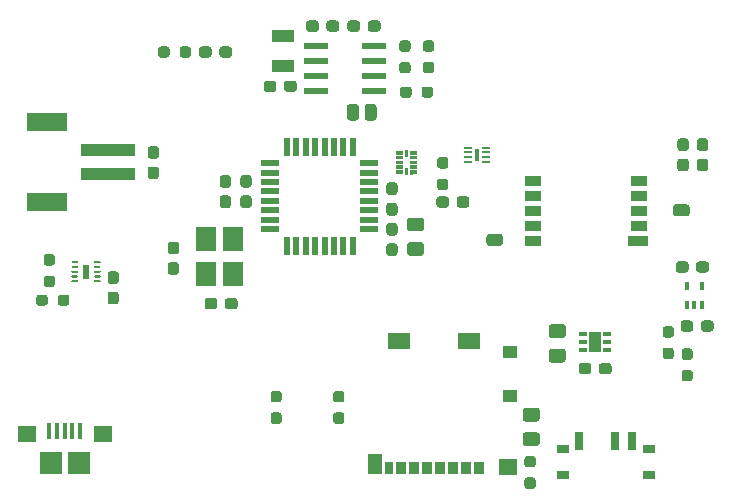
<source format=gbr>
%TF.GenerationSoftware,KiCad,Pcbnew,(5.1.9)-1*%
%TF.CreationDate,2021-02-04T12:48:35+01:00*%
%TF.ProjectId,Track-your-cat,54726163-6b2d-4796-9f75-722d6361742e,1*%
%TF.SameCoordinates,Original*%
%TF.FileFunction,Paste,Top*%
%TF.FilePolarity,Positive*%
%FSLAX46Y46*%
G04 Gerber Fmt 4.6, Leading zero omitted, Abs format (unit mm)*
G04 Created by KiCad (PCBNEW (5.1.9)-1) date 2021-02-04 12:48:35*
%MOMM*%
%LPD*%
G01*
G04 APERTURE LIST*
%ADD10C,0.010000*%
%ADD11C,0.100000*%
%ADD12R,1.200000X1.000000*%
%ADD13R,1.900000X1.350000*%
%ADD14R,1.170000X1.800000*%
%ADD15R,1.550000X1.350000*%
%ADD16R,0.750000X1.100000*%
%ADD17R,0.850000X1.100000*%
%ADD18R,0.450000X1.050000*%
%ADD19R,0.650000X0.200000*%
%ADD20R,1.676400X0.863600*%
%ADD21R,1.422400X0.863600*%
%ADD22R,1.900000X1.100000*%
%ADD23R,0.550000X1.500000*%
%ADD24R,1.500000X0.550000*%
%ADD25R,0.398780X0.749300*%
%ADD26R,4.599940X0.998220*%
%ADD27R,3.398520X1.597660*%
%ADD28R,1.000000X1.700000*%
%ADD29R,0.700000X0.350000*%
%ADD30R,2.000000X0.600000*%
%ADD31R,1.000000X0.800000*%
%ADD32R,0.700000X1.500000*%
%ADD33R,0.606066X0.192474*%
%ADD34R,1.800000X2.100000*%
%ADD35R,1.900000X1.900000*%
%ADD36R,1.600000X1.400000*%
%ADD37R,0.400000X1.350000*%
G04 APERTURE END LIST*
D10*
%TO.C,U3*%
G36*
X77650000Y-87200000D02*
G01*
X77300000Y-87200000D01*
X77300000Y-87300000D01*
X77150000Y-87300000D01*
X77150000Y-87000000D01*
X77650000Y-87000000D01*
X77650000Y-87200000D01*
G37*
X77650000Y-87200000D02*
X77300000Y-87200000D01*
X77300000Y-87300000D01*
X77150000Y-87300000D01*
X77150000Y-87000000D01*
X77650000Y-87000000D01*
X77650000Y-87200000D01*
G36*
X76900000Y-85800000D02*
G01*
X76700000Y-85800000D01*
X76700000Y-85300000D01*
X76900000Y-85300000D01*
X76900000Y-85800000D01*
G37*
X76900000Y-85800000D02*
X76700000Y-85800000D01*
X76700000Y-85300000D01*
X76900000Y-85300000D01*
X76900000Y-85800000D01*
G36*
X76900000Y-87300000D02*
G01*
X76700000Y-87300000D01*
X76700000Y-86800000D01*
X76900000Y-86800000D01*
X76900000Y-87300000D01*
G37*
X76900000Y-87300000D02*
X76700000Y-87300000D01*
X76700000Y-86800000D01*
X76900000Y-86800000D01*
X76900000Y-87300000D01*
G36*
X76450000Y-87200000D02*
G01*
X75950000Y-87200000D01*
X75950000Y-87000000D01*
X76450000Y-87000000D01*
X76450000Y-87200000D01*
G37*
X76450000Y-87200000D02*
X75950000Y-87200000D01*
X75950000Y-87000000D01*
X76450000Y-87000000D01*
X76450000Y-87200000D01*
G36*
X76450000Y-86800000D02*
G01*
X75950000Y-86800000D01*
X75950000Y-86600000D01*
X76450000Y-86600000D01*
X76450000Y-86800000D01*
G37*
X76450000Y-86800000D02*
X75950000Y-86800000D01*
X75950000Y-86600000D01*
X76450000Y-86600000D01*
X76450000Y-86800000D01*
G36*
X76450000Y-85600000D02*
G01*
X75950000Y-85600000D01*
X75950000Y-85400000D01*
X76450000Y-85400000D01*
X76450000Y-85600000D01*
G37*
X76450000Y-85600000D02*
X75950000Y-85600000D01*
X75950000Y-85400000D01*
X76450000Y-85400000D01*
X76450000Y-85600000D01*
G36*
X76450000Y-86000000D02*
G01*
X75950000Y-86000000D01*
X75950000Y-85800000D01*
X76450000Y-85800000D01*
X76450000Y-86000000D01*
G37*
X76450000Y-86000000D02*
X75950000Y-86000000D01*
X75950000Y-85800000D01*
X76450000Y-85800000D01*
X76450000Y-86000000D01*
G36*
X77650000Y-85600000D02*
G01*
X77150000Y-85600000D01*
X77150000Y-85400000D01*
X77650000Y-85400000D01*
X77650000Y-85600000D01*
G37*
X77650000Y-85600000D02*
X77150000Y-85600000D01*
X77150000Y-85400000D01*
X77650000Y-85400000D01*
X77650000Y-85600000D01*
G36*
X77650000Y-86000000D02*
G01*
X77150000Y-86000000D01*
X77150000Y-85800000D01*
X77650000Y-85800000D01*
X77650000Y-86000000D01*
G37*
X77650000Y-86000000D02*
X77150000Y-86000000D01*
X77150000Y-85800000D01*
X77650000Y-85800000D01*
X77650000Y-86000000D01*
G36*
X77650000Y-86800000D02*
G01*
X77150000Y-86800000D01*
X77150000Y-86600000D01*
X77650000Y-86600000D01*
X77650000Y-86800000D01*
G37*
X77650000Y-86800000D02*
X77150000Y-86800000D01*
X77150000Y-86600000D01*
X77650000Y-86600000D01*
X77650000Y-86800000D01*
G36*
X76450000Y-86400000D02*
G01*
X75950000Y-86400000D01*
X75950000Y-86200000D01*
X76450000Y-86200000D01*
X76450000Y-86400000D01*
G37*
X76450000Y-86400000D02*
X75950000Y-86400000D01*
X75950000Y-86200000D01*
X76450000Y-86200000D01*
X76450000Y-86400000D01*
G36*
X77650000Y-86400000D02*
G01*
X77150000Y-86400000D01*
X77150000Y-86200000D01*
X77650000Y-86200000D01*
X77650000Y-86400000D01*
G37*
X77650000Y-86400000D02*
X77150000Y-86400000D01*
X77150000Y-86200000D01*
X77650000Y-86200000D01*
X77650000Y-86400000D01*
D11*
%TO.C,U1*%
G36*
X49422799Y-95022799D02*
G01*
X49977199Y-95022799D01*
X49977199Y-96177199D01*
X49422799Y-96177199D01*
X49422799Y-95022799D01*
G37*
%TD*%
D12*
%TO.C,J3*%
X85639999Y-106100000D03*
X85639999Y-102400001D03*
D13*
X82140000Y-101425000D03*
X76170000Y-101425000D03*
D14*
X74145000Y-111900000D03*
D15*
X85465000Y-112125000D03*
D16*
X75354999Y-112250000D03*
D17*
X76405000Y-112250000D03*
X77505000Y-112250000D03*
X78605000Y-112250000D03*
X79705000Y-112250000D03*
X80805000Y-112250000D03*
X81905000Y-112250000D03*
X83005000Y-112250000D03*
%TD*%
D18*
%TO.C,IC1*%
X82800000Y-85700000D03*
D19*
X83550000Y-85100000D03*
X83550000Y-85500000D03*
X83550000Y-85900000D03*
X83550000Y-86300000D03*
X82050000Y-86300000D03*
X82050000Y-85900000D03*
X82050000Y-85500000D03*
X82050000Y-85100000D03*
%TD*%
D20*
%TO.C,GPS1*%
X96425800Y-92978200D03*
D21*
X96552800Y-91708200D03*
X96552800Y-90438200D03*
X96552800Y-89168200D03*
X96552800Y-87898200D03*
X87561200Y-92978200D03*
X87561200Y-91708200D03*
X87561200Y-89168200D03*
X87561200Y-87898200D03*
X87561200Y-90438200D03*
%TD*%
%TO.C,R10*%
G36*
G01*
X76937500Y-78812500D02*
X76462500Y-78812500D01*
G75*
G02*
X76225000Y-78575000I0J237500D01*
G01*
X76225000Y-78075000D01*
G75*
G02*
X76462500Y-77837500I237500J0D01*
G01*
X76937500Y-77837500D01*
G75*
G02*
X77175000Y-78075000I0J-237500D01*
G01*
X77175000Y-78575000D01*
G75*
G02*
X76937500Y-78812500I-237500J0D01*
G01*
G37*
G36*
G01*
X76937500Y-76987500D02*
X76462500Y-76987500D01*
G75*
G02*
X76225000Y-76750000I0J237500D01*
G01*
X76225000Y-76250000D01*
G75*
G02*
X76462500Y-76012500I237500J0D01*
G01*
X76937500Y-76012500D01*
G75*
G02*
X77175000Y-76250000I0J-237500D01*
G01*
X77175000Y-76750000D01*
G75*
G02*
X76937500Y-76987500I-237500J0D01*
G01*
G37*
%TD*%
D22*
%TO.C,Y2*%
X66350000Y-78150000D03*
X66350000Y-75650000D03*
%TD*%
D23*
%TO.C,U2*%
X66700000Y-85000000D03*
X67500000Y-85000000D03*
X68300000Y-85000000D03*
X69100000Y-85000000D03*
X69900000Y-85000000D03*
X70700000Y-85000000D03*
X71500000Y-85000000D03*
X72300000Y-85000000D03*
D24*
X73700000Y-86400000D03*
X73700000Y-87200000D03*
X73700000Y-88000000D03*
X73700000Y-88800000D03*
X73700000Y-89600000D03*
X73700000Y-90400000D03*
X73700000Y-91200000D03*
X73700000Y-92000000D03*
D23*
X72300000Y-93400000D03*
X71500000Y-93400000D03*
X70700000Y-93400000D03*
X69900000Y-93400000D03*
X69100000Y-93400000D03*
X68300000Y-93400000D03*
X67500000Y-93400000D03*
D24*
X65300000Y-92000000D03*
X65300000Y-91200000D03*
X65300000Y-90400000D03*
X65300000Y-89600000D03*
X65300000Y-88800000D03*
X65300000Y-88000000D03*
X65300000Y-87200000D03*
X65300000Y-86400000D03*
D23*
X66700000Y-93400000D03*
%TD*%
%TO.C,R8*%
G36*
G01*
X99237500Y-103000000D02*
X98762500Y-103000000D01*
G75*
G02*
X98525000Y-102762500I0J237500D01*
G01*
X98525000Y-102262500D01*
G75*
G02*
X98762500Y-102025000I237500J0D01*
G01*
X99237500Y-102025000D01*
G75*
G02*
X99475000Y-102262500I0J-237500D01*
G01*
X99475000Y-102762500D01*
G75*
G02*
X99237500Y-103000000I-237500J0D01*
G01*
G37*
G36*
G01*
X99237500Y-101175000D02*
X98762500Y-101175000D01*
G75*
G02*
X98525000Y-100937500I0J237500D01*
G01*
X98525000Y-100437500D01*
G75*
G02*
X98762500Y-100200000I237500J0D01*
G01*
X99237500Y-100200000D01*
G75*
G02*
X99475000Y-100437500I0J-237500D01*
G01*
X99475000Y-100937500D01*
G75*
G02*
X99237500Y-101175000I-237500J0D01*
G01*
G37*
%TD*%
%TO.C,C1*%
G36*
G01*
X89125000Y-100037500D02*
X90075000Y-100037500D01*
G75*
G02*
X90325000Y-100287500I0J-250000D01*
G01*
X90325000Y-100962500D01*
G75*
G02*
X90075000Y-101212500I-250000J0D01*
G01*
X89125000Y-101212500D01*
G75*
G02*
X88875000Y-100962500I0J250000D01*
G01*
X88875000Y-100287500D01*
G75*
G02*
X89125000Y-100037500I250000J0D01*
G01*
G37*
G36*
G01*
X89125000Y-102112500D02*
X90075000Y-102112500D01*
G75*
G02*
X90325000Y-102362500I0J-250000D01*
G01*
X90325000Y-103037500D01*
G75*
G02*
X90075000Y-103287500I-250000J0D01*
G01*
X89125000Y-103287500D01*
G75*
G02*
X88875000Y-103037500I0J250000D01*
G01*
X88875000Y-102362500D01*
G75*
G02*
X89125000Y-102112500I250000J0D01*
G01*
G37*
%TD*%
%TO.C,C2*%
G36*
G01*
X94200000Y-103562500D02*
X94200000Y-104037500D01*
G75*
G02*
X93962500Y-104275000I-237500J0D01*
G01*
X93362500Y-104275000D01*
G75*
G02*
X93125000Y-104037500I0J237500D01*
G01*
X93125000Y-103562500D01*
G75*
G02*
X93362500Y-103325000I237500J0D01*
G01*
X93962500Y-103325000D01*
G75*
G02*
X94200000Y-103562500I0J-237500D01*
G01*
G37*
G36*
G01*
X92475000Y-103562500D02*
X92475000Y-104037500D01*
G75*
G02*
X92237500Y-104275000I-237500J0D01*
G01*
X91637500Y-104275000D01*
G75*
G02*
X91400000Y-104037500I0J237500D01*
G01*
X91400000Y-103562500D01*
G75*
G02*
X91637500Y-103325000I237500J0D01*
G01*
X92237500Y-103325000D01*
G75*
G02*
X92475000Y-103562500I0J-237500D01*
G01*
G37*
%TD*%
%TO.C,C3*%
G36*
G01*
X77125000Y-91012500D02*
X78075000Y-91012500D01*
G75*
G02*
X78325000Y-91262500I0J-250000D01*
G01*
X78325000Y-91937500D01*
G75*
G02*
X78075000Y-92187500I-250000J0D01*
G01*
X77125000Y-92187500D01*
G75*
G02*
X76875000Y-91937500I0J250000D01*
G01*
X76875000Y-91262500D01*
G75*
G02*
X77125000Y-91012500I250000J0D01*
G01*
G37*
G36*
G01*
X77125000Y-93087500D02*
X78075000Y-93087500D01*
G75*
G02*
X78325000Y-93337500I0J-250000D01*
G01*
X78325000Y-94012500D01*
G75*
G02*
X78075000Y-94262500I-250000J0D01*
G01*
X77125000Y-94262500D01*
G75*
G02*
X76875000Y-94012500I0J250000D01*
G01*
X76875000Y-93337500D01*
G75*
G02*
X77125000Y-93087500I250000J0D01*
G01*
G37*
%TD*%
%TO.C,C4*%
G36*
G01*
X63487500Y-88487500D02*
X63012500Y-88487500D01*
G75*
G02*
X62775000Y-88250000I0J237500D01*
G01*
X62775000Y-87650000D01*
G75*
G02*
X63012500Y-87412500I237500J0D01*
G01*
X63487500Y-87412500D01*
G75*
G02*
X63725000Y-87650000I0J-237500D01*
G01*
X63725000Y-88250000D01*
G75*
G02*
X63487500Y-88487500I-237500J0D01*
G01*
G37*
G36*
G01*
X63487500Y-90212500D02*
X63012500Y-90212500D01*
G75*
G02*
X62775000Y-89975000I0J237500D01*
G01*
X62775000Y-89375000D01*
G75*
G02*
X63012500Y-89137500I237500J0D01*
G01*
X63487500Y-89137500D01*
G75*
G02*
X63725000Y-89375000I0J-237500D01*
G01*
X63725000Y-89975000D01*
G75*
G02*
X63487500Y-90212500I-237500J0D01*
G01*
G37*
%TD*%
%TO.C,C5*%
G36*
G01*
X61737500Y-90212500D02*
X61262500Y-90212500D01*
G75*
G02*
X61025000Y-89975000I0J237500D01*
G01*
X61025000Y-89375000D01*
G75*
G02*
X61262500Y-89137500I237500J0D01*
G01*
X61737500Y-89137500D01*
G75*
G02*
X61975000Y-89375000I0J-237500D01*
G01*
X61975000Y-89975000D01*
G75*
G02*
X61737500Y-90212500I-237500J0D01*
G01*
G37*
G36*
G01*
X61737500Y-88487500D02*
X61262500Y-88487500D01*
G75*
G02*
X61025000Y-88250000I0J237500D01*
G01*
X61025000Y-87650000D01*
G75*
G02*
X61262500Y-87412500I237500J0D01*
G01*
X61737500Y-87412500D01*
G75*
G02*
X61975000Y-87650000I0J-237500D01*
G01*
X61975000Y-88250000D01*
G75*
G02*
X61737500Y-88487500I-237500J0D01*
G01*
G37*
%TD*%
%TO.C,C6*%
G36*
G01*
X75362500Y-93187500D02*
X75837500Y-93187500D01*
G75*
G02*
X76075000Y-93425000I0J-237500D01*
G01*
X76075000Y-94025000D01*
G75*
G02*
X75837500Y-94262500I-237500J0D01*
G01*
X75362500Y-94262500D01*
G75*
G02*
X75125000Y-94025000I0J237500D01*
G01*
X75125000Y-93425000D01*
G75*
G02*
X75362500Y-93187500I237500J0D01*
G01*
G37*
G36*
G01*
X75362500Y-91462500D02*
X75837500Y-91462500D01*
G75*
G02*
X76075000Y-91700000I0J-237500D01*
G01*
X76075000Y-92300000D01*
G75*
G02*
X75837500Y-92537500I-237500J0D01*
G01*
X75362500Y-92537500D01*
G75*
G02*
X75125000Y-92300000I0J237500D01*
G01*
X75125000Y-91700000D01*
G75*
G02*
X75362500Y-91462500I237500J0D01*
G01*
G37*
%TD*%
%TO.C,C8*%
G36*
G01*
X60987500Y-77237500D02*
X60987500Y-76762500D01*
G75*
G02*
X61225000Y-76525000I237500J0D01*
G01*
X61825000Y-76525000D01*
G75*
G02*
X62062500Y-76762500I0J-237500D01*
G01*
X62062500Y-77237500D01*
G75*
G02*
X61825000Y-77475000I-237500J0D01*
G01*
X61225000Y-77475000D01*
G75*
G02*
X60987500Y-77237500I0J237500D01*
G01*
G37*
G36*
G01*
X59262500Y-77237500D02*
X59262500Y-76762500D01*
G75*
G02*
X59500000Y-76525000I237500J0D01*
G01*
X60100000Y-76525000D01*
G75*
G02*
X60337500Y-76762500I0J-237500D01*
G01*
X60337500Y-77237500D01*
G75*
G02*
X60100000Y-77475000I-237500J0D01*
G01*
X59500000Y-77475000D01*
G75*
G02*
X59262500Y-77237500I0J237500D01*
G01*
G37*
%TD*%
%TO.C,C9*%
G36*
G01*
X57337500Y-94137500D02*
X56862500Y-94137500D01*
G75*
G02*
X56625000Y-93900000I0J237500D01*
G01*
X56625000Y-93300000D01*
G75*
G02*
X56862500Y-93062500I237500J0D01*
G01*
X57337500Y-93062500D01*
G75*
G02*
X57575000Y-93300000I0J-237500D01*
G01*
X57575000Y-93900000D01*
G75*
G02*
X57337500Y-94137500I-237500J0D01*
G01*
G37*
G36*
G01*
X57337500Y-95862500D02*
X56862500Y-95862500D01*
G75*
G02*
X56625000Y-95625000I0J237500D01*
G01*
X56625000Y-95025000D01*
G75*
G02*
X56862500Y-94787500I237500J0D01*
G01*
X57337500Y-94787500D01*
G75*
G02*
X57575000Y-95025000I0J-237500D01*
G01*
X57575000Y-95625000D01*
G75*
G02*
X57337500Y-95862500I-237500J0D01*
G01*
G37*
%TD*%
%TO.C,C10*%
G36*
G01*
X62537500Y-98062500D02*
X62537500Y-98537500D01*
G75*
G02*
X62300000Y-98775000I-237500J0D01*
G01*
X61700000Y-98775000D01*
G75*
G02*
X61462500Y-98537500I0J237500D01*
G01*
X61462500Y-98062500D01*
G75*
G02*
X61700000Y-97825000I237500J0D01*
G01*
X62300000Y-97825000D01*
G75*
G02*
X62537500Y-98062500I0J-237500D01*
G01*
G37*
G36*
G01*
X60812500Y-98062500D02*
X60812500Y-98537500D01*
G75*
G02*
X60575000Y-98775000I-237500J0D01*
G01*
X59975000Y-98775000D01*
G75*
G02*
X59737500Y-98537500I0J237500D01*
G01*
X59737500Y-98062500D01*
G75*
G02*
X59975000Y-97825000I237500J0D01*
G01*
X60575000Y-97825000D01*
G75*
G02*
X60812500Y-98062500I0J-237500D01*
G01*
G37*
%TD*%
%TO.C,C11*%
G36*
G01*
X51762500Y-95562500D02*
X52237500Y-95562500D01*
G75*
G02*
X52475000Y-95800000I0J-237500D01*
G01*
X52475000Y-96400000D01*
G75*
G02*
X52237500Y-96637500I-237500J0D01*
G01*
X51762500Y-96637500D01*
G75*
G02*
X51525000Y-96400000I0J237500D01*
G01*
X51525000Y-95800000D01*
G75*
G02*
X51762500Y-95562500I237500J0D01*
G01*
G37*
G36*
G01*
X51762500Y-97287500D02*
X52237500Y-97287500D01*
G75*
G02*
X52475000Y-97525000I0J-237500D01*
G01*
X52475000Y-98125000D01*
G75*
G02*
X52237500Y-98362500I-237500J0D01*
G01*
X51762500Y-98362500D01*
G75*
G02*
X51525000Y-98125000I0J237500D01*
G01*
X51525000Y-97525000D01*
G75*
G02*
X51762500Y-97287500I237500J0D01*
G01*
G37*
%TD*%
%TO.C,C12*%
G36*
G01*
X75837500Y-90837500D02*
X75362500Y-90837500D01*
G75*
G02*
X75125000Y-90600000I0J237500D01*
G01*
X75125000Y-90000000D01*
G75*
G02*
X75362500Y-89762500I237500J0D01*
G01*
X75837500Y-89762500D01*
G75*
G02*
X76075000Y-90000000I0J-237500D01*
G01*
X76075000Y-90600000D01*
G75*
G02*
X75837500Y-90837500I-237500J0D01*
G01*
G37*
G36*
G01*
X75837500Y-89112500D02*
X75362500Y-89112500D01*
G75*
G02*
X75125000Y-88875000I0J237500D01*
G01*
X75125000Y-88275000D01*
G75*
G02*
X75362500Y-88037500I237500J0D01*
G01*
X75837500Y-88037500D01*
G75*
G02*
X76075000Y-88275000I0J-237500D01*
G01*
X76075000Y-88875000D01*
G75*
G02*
X75837500Y-89112500I-237500J0D01*
G01*
G37*
%TD*%
%TO.C,C13*%
G36*
G01*
X55162500Y-86687500D02*
X55637500Y-86687500D01*
G75*
G02*
X55875000Y-86925000I0J-237500D01*
G01*
X55875000Y-87525000D01*
G75*
G02*
X55637500Y-87762500I-237500J0D01*
G01*
X55162500Y-87762500D01*
G75*
G02*
X54925000Y-87525000I0J237500D01*
G01*
X54925000Y-86925000D01*
G75*
G02*
X55162500Y-86687500I237500J0D01*
G01*
G37*
G36*
G01*
X55162500Y-84962500D02*
X55637500Y-84962500D01*
G75*
G02*
X55875000Y-85200000I0J-237500D01*
G01*
X55875000Y-85800000D01*
G75*
G02*
X55637500Y-86037500I-237500J0D01*
G01*
X55162500Y-86037500D01*
G75*
G02*
X54925000Y-85800000I0J237500D01*
G01*
X54925000Y-85200000D01*
G75*
G02*
X55162500Y-84962500I237500J0D01*
G01*
G37*
%TD*%
%TO.C,C15*%
G36*
G01*
X80437500Y-89462500D02*
X80437500Y-89937500D01*
G75*
G02*
X80200000Y-90175000I-237500J0D01*
G01*
X79600000Y-90175000D01*
G75*
G02*
X79362500Y-89937500I0J237500D01*
G01*
X79362500Y-89462500D01*
G75*
G02*
X79600000Y-89225000I237500J0D01*
G01*
X80200000Y-89225000D01*
G75*
G02*
X80437500Y-89462500I0J-237500D01*
G01*
G37*
G36*
G01*
X82162500Y-89462500D02*
X82162500Y-89937500D01*
G75*
G02*
X81925000Y-90175000I-237500J0D01*
G01*
X81325000Y-90175000D01*
G75*
G02*
X81087500Y-89937500I0J237500D01*
G01*
X81087500Y-89462500D01*
G75*
G02*
X81325000Y-89225000I237500J0D01*
G01*
X81925000Y-89225000D01*
G75*
G02*
X82162500Y-89462500I0J-237500D01*
G01*
G37*
%TD*%
%TO.C,C16*%
G36*
G01*
X102137500Y-85375000D02*
X101662500Y-85375000D01*
G75*
G02*
X101425000Y-85137500I0J237500D01*
G01*
X101425000Y-84537500D01*
G75*
G02*
X101662500Y-84300000I237500J0D01*
G01*
X102137500Y-84300000D01*
G75*
G02*
X102375000Y-84537500I0J-237500D01*
G01*
X102375000Y-85137500D01*
G75*
G02*
X102137500Y-85375000I-237500J0D01*
G01*
G37*
G36*
G01*
X102137500Y-87100000D02*
X101662500Y-87100000D01*
G75*
G02*
X101425000Y-86862500I0J237500D01*
G01*
X101425000Y-86262500D01*
G75*
G02*
X101662500Y-86025000I237500J0D01*
G01*
X102137500Y-86025000D01*
G75*
G02*
X102375000Y-86262500I0J-237500D01*
G01*
X102375000Y-86862500D01*
G75*
G02*
X102137500Y-87100000I-237500J0D01*
G01*
G37*
%TD*%
%TO.C,C17*%
G36*
G01*
X100487500Y-85375000D02*
X100012500Y-85375000D01*
G75*
G02*
X99775000Y-85137500I0J237500D01*
G01*
X99775000Y-84537500D01*
G75*
G02*
X100012500Y-84300000I237500J0D01*
G01*
X100487500Y-84300000D01*
G75*
G02*
X100725000Y-84537500I0J-237500D01*
G01*
X100725000Y-85137500D01*
G75*
G02*
X100487500Y-85375000I-237500J0D01*
G01*
G37*
G36*
G01*
X100487500Y-87100000D02*
X100012500Y-87100000D01*
G75*
G02*
X99775000Y-86862500I0J237500D01*
G01*
X99775000Y-86262500D01*
G75*
G02*
X100012500Y-86025000I237500J0D01*
G01*
X100487500Y-86025000D01*
G75*
G02*
X100725000Y-86262500I0J-237500D01*
G01*
X100725000Y-86862500D01*
G75*
G02*
X100487500Y-87100000I-237500J0D01*
G01*
G37*
%TD*%
%TO.C,C18*%
G36*
G01*
X102837500Y-99962500D02*
X102837500Y-100437500D01*
G75*
G02*
X102600000Y-100675000I-237500J0D01*
G01*
X102000000Y-100675000D01*
G75*
G02*
X101762500Y-100437500I0J237500D01*
G01*
X101762500Y-99962500D01*
G75*
G02*
X102000000Y-99725000I237500J0D01*
G01*
X102600000Y-99725000D01*
G75*
G02*
X102837500Y-99962500I0J-237500D01*
G01*
G37*
G36*
G01*
X101112500Y-99962500D02*
X101112500Y-100437500D01*
G75*
G02*
X100875000Y-100675000I-237500J0D01*
G01*
X100275000Y-100675000D01*
G75*
G02*
X100037500Y-100437500I0J237500D01*
G01*
X100037500Y-99962500D01*
G75*
G02*
X100275000Y-99725000I237500J0D01*
G01*
X100875000Y-99725000D01*
G75*
G02*
X101112500Y-99962500I0J-237500D01*
G01*
G37*
%TD*%
%TO.C,C20*%
G36*
G01*
X71837500Y-75037500D02*
X71837500Y-74562500D01*
G75*
G02*
X72075000Y-74325000I237500J0D01*
G01*
X72675000Y-74325000D01*
G75*
G02*
X72912500Y-74562500I0J-237500D01*
G01*
X72912500Y-75037500D01*
G75*
G02*
X72675000Y-75275000I-237500J0D01*
G01*
X72075000Y-75275000D01*
G75*
G02*
X71837500Y-75037500I0J237500D01*
G01*
G37*
G36*
G01*
X73562500Y-75037500D02*
X73562500Y-74562500D01*
G75*
G02*
X73800000Y-74325000I237500J0D01*
G01*
X74400000Y-74325000D01*
G75*
G02*
X74637500Y-74562500I0J-237500D01*
G01*
X74637500Y-75037500D01*
G75*
G02*
X74400000Y-75275000I-237500J0D01*
G01*
X73800000Y-75275000D01*
G75*
G02*
X73562500Y-75037500I0J237500D01*
G01*
G37*
%TD*%
%TO.C,C21*%
G36*
G01*
X69412500Y-74562500D02*
X69412500Y-75037500D01*
G75*
G02*
X69175000Y-75275000I-237500J0D01*
G01*
X68575000Y-75275000D01*
G75*
G02*
X68337500Y-75037500I0J237500D01*
G01*
X68337500Y-74562500D01*
G75*
G02*
X68575000Y-74325000I237500J0D01*
G01*
X69175000Y-74325000D01*
G75*
G02*
X69412500Y-74562500I0J-237500D01*
G01*
G37*
G36*
G01*
X71137500Y-74562500D02*
X71137500Y-75037500D01*
G75*
G02*
X70900000Y-75275000I-237500J0D01*
G01*
X70300000Y-75275000D01*
G75*
G02*
X70062500Y-75037500I0J237500D01*
G01*
X70062500Y-74562500D01*
G75*
G02*
X70300000Y-74325000I237500J0D01*
G01*
X70900000Y-74325000D01*
G75*
G02*
X71137500Y-74562500I0J-237500D01*
G01*
G37*
%TD*%
%TO.C,C22*%
G36*
G01*
X64737500Y-80137500D02*
X64737500Y-79662500D01*
G75*
G02*
X64975000Y-79425000I237500J0D01*
G01*
X65575000Y-79425000D01*
G75*
G02*
X65812500Y-79662500I0J-237500D01*
G01*
X65812500Y-80137500D01*
G75*
G02*
X65575000Y-80375000I-237500J0D01*
G01*
X64975000Y-80375000D01*
G75*
G02*
X64737500Y-80137500I0J237500D01*
G01*
G37*
G36*
G01*
X66462500Y-80137500D02*
X66462500Y-79662500D01*
G75*
G02*
X66700000Y-79425000I237500J0D01*
G01*
X67300000Y-79425000D01*
G75*
G02*
X67537500Y-79662500I0J-237500D01*
G01*
X67537500Y-80137500D01*
G75*
G02*
X67300000Y-80375000I-237500J0D01*
G01*
X66700000Y-80375000D01*
G75*
G02*
X66462500Y-80137500I0J237500D01*
G01*
G37*
%TD*%
%TO.C,C23*%
G36*
G01*
X86925000Y-109187500D02*
X87875000Y-109187500D01*
G75*
G02*
X88125000Y-109437500I0J-250000D01*
G01*
X88125000Y-110112500D01*
G75*
G02*
X87875000Y-110362500I-250000J0D01*
G01*
X86925000Y-110362500D01*
G75*
G02*
X86675000Y-110112500I0J250000D01*
G01*
X86675000Y-109437500D01*
G75*
G02*
X86925000Y-109187500I250000J0D01*
G01*
G37*
G36*
G01*
X86925000Y-107112500D02*
X87875000Y-107112500D01*
G75*
G02*
X88125000Y-107362500I0J-250000D01*
G01*
X88125000Y-108037500D01*
G75*
G02*
X87875000Y-108287500I-250000J0D01*
G01*
X86925000Y-108287500D01*
G75*
G02*
X86675000Y-108037500I0J250000D01*
G01*
X86675000Y-107362500D01*
G75*
G02*
X86925000Y-107112500I250000J0D01*
G01*
G37*
%TD*%
D25*
%TO.C,IC2*%
X100552300Y-98422960D03*
X101200000Y-98422960D03*
X101847700Y-98422960D03*
X101847700Y-96777040D03*
X100552300Y-96777040D03*
%TD*%
D26*
%TO.C,J1*%
X51598240Y-87298220D03*
X51598240Y-85301780D03*
D27*
X46401400Y-89698520D03*
X46401400Y-82901480D03*
%TD*%
D28*
%TO.C,LDO1*%
X92800000Y-101550000D03*
D29*
X93850000Y-100900000D03*
X93850000Y-101550000D03*
X93850000Y-102200000D03*
X91750000Y-102200000D03*
X91750000Y-101550000D03*
X91750000Y-100900000D03*
%TD*%
%TO.C,R1*%
G36*
G01*
X57625000Y-77237500D02*
X57625000Y-76762500D01*
G75*
G02*
X57862500Y-76525000I237500J0D01*
G01*
X58362500Y-76525000D01*
G75*
G02*
X58600000Y-76762500I0J-237500D01*
G01*
X58600000Y-77237500D01*
G75*
G02*
X58362500Y-77475000I-237500J0D01*
G01*
X57862500Y-77475000D01*
G75*
G02*
X57625000Y-77237500I0J237500D01*
G01*
G37*
G36*
G01*
X55800000Y-77237500D02*
X55800000Y-76762500D01*
G75*
G02*
X56037500Y-76525000I237500J0D01*
G01*
X56537500Y-76525000D01*
G75*
G02*
X56775000Y-76762500I0J-237500D01*
G01*
X56775000Y-77237500D01*
G75*
G02*
X56537500Y-77475000I-237500J0D01*
G01*
X56037500Y-77475000D01*
G75*
G02*
X55800000Y-77237500I0J237500D01*
G01*
G37*
%TD*%
%TO.C,R2*%
G36*
G01*
X46362500Y-95925000D02*
X46837500Y-95925000D01*
G75*
G02*
X47075000Y-96162500I0J-237500D01*
G01*
X47075000Y-96662500D01*
G75*
G02*
X46837500Y-96900000I-237500J0D01*
G01*
X46362500Y-96900000D01*
G75*
G02*
X46125000Y-96662500I0J237500D01*
G01*
X46125000Y-96162500D01*
G75*
G02*
X46362500Y-95925000I237500J0D01*
G01*
G37*
G36*
G01*
X46362500Y-94100000D02*
X46837500Y-94100000D01*
G75*
G02*
X47075000Y-94337500I0J-237500D01*
G01*
X47075000Y-94837500D01*
G75*
G02*
X46837500Y-95075000I-237500J0D01*
G01*
X46362500Y-95075000D01*
G75*
G02*
X46125000Y-94837500I0J237500D01*
G01*
X46125000Y-94337500D01*
G75*
G02*
X46362500Y-94100000I237500J0D01*
G01*
G37*
%TD*%
%TO.C,R3*%
G36*
G01*
X48287500Y-97762500D02*
X48287500Y-98237500D01*
G75*
G02*
X48050000Y-98475000I-237500J0D01*
G01*
X47550000Y-98475000D01*
G75*
G02*
X47312500Y-98237500I0J237500D01*
G01*
X47312500Y-97762500D01*
G75*
G02*
X47550000Y-97525000I237500J0D01*
G01*
X48050000Y-97525000D01*
G75*
G02*
X48287500Y-97762500I0J-237500D01*
G01*
G37*
G36*
G01*
X46462500Y-97762500D02*
X46462500Y-98237500D01*
G75*
G02*
X46225000Y-98475000I-237500J0D01*
G01*
X45725000Y-98475000D01*
G75*
G02*
X45487500Y-98237500I0J237500D01*
G01*
X45487500Y-97762500D01*
G75*
G02*
X45725000Y-97525000I237500J0D01*
G01*
X46225000Y-97525000D01*
G75*
G02*
X46462500Y-97762500I0J-237500D01*
G01*
G37*
%TD*%
%TO.C,R4*%
G36*
G01*
X66037500Y-108487500D02*
X65562500Y-108487500D01*
G75*
G02*
X65325000Y-108250000I0J237500D01*
G01*
X65325000Y-107750000D01*
G75*
G02*
X65562500Y-107512500I237500J0D01*
G01*
X66037500Y-107512500D01*
G75*
G02*
X66275000Y-107750000I0J-237500D01*
G01*
X66275000Y-108250000D01*
G75*
G02*
X66037500Y-108487500I-237500J0D01*
G01*
G37*
G36*
G01*
X66037500Y-106662500D02*
X65562500Y-106662500D01*
G75*
G02*
X65325000Y-106425000I0J237500D01*
G01*
X65325000Y-105925000D01*
G75*
G02*
X65562500Y-105687500I237500J0D01*
G01*
X66037500Y-105687500D01*
G75*
G02*
X66275000Y-105925000I0J-237500D01*
G01*
X66275000Y-106425000D01*
G75*
G02*
X66037500Y-106662500I-237500J0D01*
G01*
G37*
%TD*%
%TO.C,R5*%
G36*
G01*
X71337500Y-106662500D02*
X70862500Y-106662500D01*
G75*
G02*
X70625000Y-106425000I0J237500D01*
G01*
X70625000Y-105925000D01*
G75*
G02*
X70862500Y-105687500I237500J0D01*
G01*
X71337500Y-105687500D01*
G75*
G02*
X71575000Y-105925000I0J-237500D01*
G01*
X71575000Y-106425000D01*
G75*
G02*
X71337500Y-106662500I-237500J0D01*
G01*
G37*
G36*
G01*
X71337500Y-108487500D02*
X70862500Y-108487500D01*
G75*
G02*
X70625000Y-108250000I0J237500D01*
G01*
X70625000Y-107750000D01*
G75*
G02*
X70862500Y-107512500I237500J0D01*
G01*
X71337500Y-107512500D01*
G75*
G02*
X71575000Y-107750000I0J-237500D01*
G01*
X71575000Y-108250000D01*
G75*
G02*
X71337500Y-108487500I-237500J0D01*
G01*
G37*
%TD*%
%TO.C,R6*%
G36*
G01*
X100362500Y-103912500D02*
X100837500Y-103912500D01*
G75*
G02*
X101075000Y-104150000I0J-237500D01*
G01*
X101075000Y-104650000D01*
G75*
G02*
X100837500Y-104887500I-237500J0D01*
G01*
X100362500Y-104887500D01*
G75*
G02*
X100125000Y-104650000I0J237500D01*
G01*
X100125000Y-104150000D01*
G75*
G02*
X100362500Y-103912500I237500J0D01*
G01*
G37*
G36*
G01*
X100362500Y-102087500D02*
X100837500Y-102087500D01*
G75*
G02*
X101075000Y-102325000I0J-237500D01*
G01*
X101075000Y-102825000D01*
G75*
G02*
X100837500Y-103062500I-237500J0D01*
G01*
X100362500Y-103062500D01*
G75*
G02*
X100125000Y-102825000I0J237500D01*
G01*
X100125000Y-102325000D01*
G75*
G02*
X100362500Y-102087500I237500J0D01*
G01*
G37*
%TD*%
%TO.C,R7*%
G36*
G01*
X80137500Y-88687500D02*
X79662500Y-88687500D01*
G75*
G02*
X79425000Y-88450000I0J237500D01*
G01*
X79425000Y-87950000D01*
G75*
G02*
X79662500Y-87712500I237500J0D01*
G01*
X80137500Y-87712500D01*
G75*
G02*
X80375000Y-87950000I0J-237500D01*
G01*
X80375000Y-88450000D01*
G75*
G02*
X80137500Y-88687500I-237500J0D01*
G01*
G37*
G36*
G01*
X80137500Y-86862500D02*
X79662500Y-86862500D01*
G75*
G02*
X79425000Y-86625000I0J237500D01*
G01*
X79425000Y-86125000D01*
G75*
G02*
X79662500Y-85887500I237500J0D01*
G01*
X80137500Y-85887500D01*
G75*
G02*
X80375000Y-86125000I0J-237500D01*
G01*
X80375000Y-86625000D01*
G75*
G02*
X80137500Y-86862500I-237500J0D01*
G01*
G37*
%TD*%
%TO.C,R9*%
G36*
G01*
X87537500Y-113987500D02*
X87062500Y-113987500D01*
G75*
G02*
X86825000Y-113750000I0J237500D01*
G01*
X86825000Y-113250000D01*
G75*
G02*
X87062500Y-113012500I237500J0D01*
G01*
X87537500Y-113012500D01*
G75*
G02*
X87775000Y-113250000I0J-237500D01*
G01*
X87775000Y-113750000D01*
G75*
G02*
X87537500Y-113987500I-237500J0D01*
G01*
G37*
G36*
G01*
X87537500Y-112162500D02*
X87062500Y-112162500D01*
G75*
G02*
X86825000Y-111925000I0J237500D01*
G01*
X86825000Y-111425000D01*
G75*
G02*
X87062500Y-111187500I237500J0D01*
G01*
X87537500Y-111187500D01*
G75*
G02*
X87775000Y-111425000I0J-237500D01*
G01*
X87775000Y-111925000D01*
G75*
G02*
X87537500Y-112162500I-237500J0D01*
G01*
G37*
%TD*%
%TO.C,R11*%
G36*
G01*
X78937500Y-78812500D02*
X78462500Y-78812500D01*
G75*
G02*
X78225000Y-78575000I0J237500D01*
G01*
X78225000Y-78075000D01*
G75*
G02*
X78462500Y-77837500I237500J0D01*
G01*
X78937500Y-77837500D01*
G75*
G02*
X79175000Y-78075000I0J-237500D01*
G01*
X79175000Y-78575000D01*
G75*
G02*
X78937500Y-78812500I-237500J0D01*
G01*
G37*
G36*
G01*
X78937500Y-76987500D02*
X78462500Y-76987500D01*
G75*
G02*
X78225000Y-76750000I0J237500D01*
G01*
X78225000Y-76250000D01*
G75*
G02*
X78462500Y-76012500I237500J0D01*
G01*
X78937500Y-76012500D01*
G75*
G02*
X79175000Y-76250000I0J-237500D01*
G01*
X79175000Y-76750000D01*
G75*
G02*
X78937500Y-76987500I-237500J0D01*
G01*
G37*
%TD*%
%TO.C,R12*%
G36*
G01*
X78112500Y-80637500D02*
X78112500Y-80162500D01*
G75*
G02*
X78350000Y-79925000I237500J0D01*
G01*
X78850000Y-79925000D01*
G75*
G02*
X79087500Y-80162500I0J-237500D01*
G01*
X79087500Y-80637500D01*
G75*
G02*
X78850000Y-80875000I-237500J0D01*
G01*
X78350000Y-80875000D01*
G75*
G02*
X78112500Y-80637500I0J237500D01*
G01*
G37*
G36*
G01*
X76287500Y-80637500D02*
X76287500Y-80162500D01*
G75*
G02*
X76525000Y-79925000I237500J0D01*
G01*
X77025000Y-79925000D01*
G75*
G02*
X77262500Y-80162500I0J-237500D01*
G01*
X77262500Y-80637500D01*
G75*
G02*
X77025000Y-80875000I-237500J0D01*
G01*
X76525000Y-80875000D01*
G75*
G02*
X76287500Y-80637500I0J237500D01*
G01*
G37*
%TD*%
D30*
%TO.C,RTC1*%
X69150000Y-76495000D03*
X69150000Y-77765000D03*
X69150000Y-80305000D03*
X74050000Y-80305000D03*
X74050000Y-79035000D03*
X74050000Y-77765000D03*
X74050000Y-76495000D03*
X69150000Y-79035000D03*
%TD*%
D31*
%TO.C,SW1*%
X97350000Y-110600000D03*
X97350000Y-112800000D03*
X90050000Y-112800000D03*
X90050000Y-110600000D03*
D32*
X95950000Y-109950000D03*
X94450000Y-109950000D03*
X91450000Y-109950000D03*
%TD*%
%TO.C,U1*%
G36*
G01*
X50350000Y-94800000D02*
X50350000Y-94800000D01*
G75*
G02*
X50446237Y-94703763I96237J0D01*
G01*
X50859829Y-94703763D01*
G75*
G02*
X50956066Y-94800000I0J-96237D01*
G01*
X50956066Y-94800000D01*
G75*
G02*
X50859829Y-94896237I-96237J0D01*
G01*
X50446237Y-94896237D01*
G75*
G02*
X50350000Y-94800000I0J96237D01*
G01*
G37*
G36*
G01*
X50350000Y-95200000D02*
X50350000Y-95200000D01*
G75*
G02*
X50446237Y-95103763I96237J0D01*
G01*
X50859829Y-95103763D01*
G75*
G02*
X50956066Y-95200000I0J-96237D01*
G01*
X50956066Y-95200000D01*
G75*
G02*
X50859829Y-95296237I-96237J0D01*
G01*
X50446237Y-95296237D01*
G75*
G02*
X50350000Y-95200000I0J96237D01*
G01*
G37*
G36*
G01*
X50350000Y-95600000D02*
X50350000Y-95600000D01*
G75*
G02*
X50446237Y-95503763I96237J0D01*
G01*
X50859829Y-95503763D01*
G75*
G02*
X50956066Y-95600000I0J-96237D01*
G01*
X50956066Y-95600000D01*
G75*
G02*
X50859829Y-95696237I-96237J0D01*
G01*
X50446237Y-95696237D01*
G75*
G02*
X50350000Y-95600000I0J96237D01*
G01*
G37*
G36*
G01*
X50350000Y-96000000D02*
X50350000Y-96000000D01*
G75*
G02*
X50446237Y-95903763I96237J0D01*
G01*
X50859829Y-95903763D01*
G75*
G02*
X50956066Y-96000000I0J-96237D01*
G01*
X50956066Y-96000000D01*
G75*
G02*
X50859829Y-96096237I-96237J0D01*
G01*
X50446237Y-96096237D01*
G75*
G02*
X50350000Y-96000000I0J96237D01*
G01*
G37*
G36*
G01*
X50350000Y-96400000D02*
X50350000Y-96400000D01*
G75*
G02*
X50446237Y-96303763I96237J0D01*
G01*
X50859829Y-96303763D01*
G75*
G02*
X50956066Y-96400000I0J-96237D01*
G01*
X50956066Y-96400000D01*
G75*
G02*
X50859829Y-96496237I-96237J0D01*
G01*
X50446237Y-96496237D01*
G75*
G02*
X50350000Y-96400000I0J96237D01*
G01*
G37*
G36*
G01*
X48443934Y-96400000D02*
X48443934Y-96400000D01*
G75*
G02*
X48540171Y-96303763I96237J0D01*
G01*
X48953763Y-96303763D01*
G75*
G02*
X49050000Y-96400000I0J-96237D01*
G01*
X49050000Y-96400000D01*
G75*
G02*
X48953763Y-96496237I-96237J0D01*
G01*
X48540171Y-96496237D01*
G75*
G02*
X48443934Y-96400000I0J96237D01*
G01*
G37*
G36*
G01*
X48443934Y-96000000D02*
X48443934Y-96000000D01*
G75*
G02*
X48540171Y-95903763I96237J0D01*
G01*
X48953763Y-95903763D01*
G75*
G02*
X49050000Y-96000000I0J-96237D01*
G01*
X49050000Y-96000000D01*
G75*
G02*
X48953763Y-96096237I-96237J0D01*
G01*
X48540171Y-96096237D01*
G75*
G02*
X48443934Y-96000000I0J96237D01*
G01*
G37*
G36*
G01*
X48443934Y-95600000D02*
X48443934Y-95600000D01*
G75*
G02*
X48540171Y-95503763I96237J0D01*
G01*
X48953763Y-95503763D01*
G75*
G02*
X49050000Y-95600000I0J-96237D01*
G01*
X49050000Y-95600000D01*
G75*
G02*
X48953763Y-95696237I-96237J0D01*
G01*
X48540171Y-95696237D01*
G75*
G02*
X48443934Y-95600000I0J96237D01*
G01*
G37*
G36*
G01*
X48443934Y-95200000D02*
X48443934Y-95200000D01*
G75*
G02*
X48540171Y-95103763I96237J0D01*
G01*
X48953763Y-95103763D01*
G75*
G02*
X49050000Y-95200000I0J-96237D01*
G01*
X49050000Y-95200000D01*
G75*
G02*
X48953763Y-95296237I-96237J0D01*
G01*
X48540171Y-95296237D01*
G75*
G02*
X48443934Y-95200000I0J96237D01*
G01*
G37*
D33*
X48746967Y-94800000D03*
%TD*%
%TO.C,U4*%
G36*
G01*
X71787500Y-82550002D02*
X71787500Y-81649998D01*
G75*
G02*
X72037498Y-81400000I249998J0D01*
G01*
X72562502Y-81400000D01*
G75*
G02*
X72812500Y-81649998I0J-249998D01*
G01*
X72812500Y-82550002D01*
G75*
G02*
X72562502Y-82800000I-249998J0D01*
G01*
X72037498Y-82800000D01*
G75*
G02*
X71787500Y-82550002I0J249998D01*
G01*
G37*
%TD*%
%TO.C,U5*%
G36*
G01*
X74312500Y-81649998D02*
X74312500Y-82550002D01*
G75*
G02*
X74062502Y-82800000I-249998J0D01*
G01*
X73537498Y-82800000D01*
G75*
G02*
X73287500Y-82550002I0J249998D01*
G01*
X73287500Y-81649998D01*
G75*
G02*
X73537498Y-81400000I249998J0D01*
G01*
X74062502Y-81400000D01*
G75*
G02*
X74312500Y-81649998I0J-249998D01*
G01*
G37*
%TD*%
%TO.C,U9*%
G36*
G01*
X99649998Y-89887500D02*
X100550002Y-89887500D01*
G75*
G02*
X100800000Y-90137498I0J-249998D01*
G01*
X100800000Y-90662502D01*
G75*
G02*
X100550002Y-90912500I-249998J0D01*
G01*
X99649998Y-90912500D01*
G75*
G02*
X99400000Y-90662502I0J249998D01*
G01*
X99400000Y-90137498D01*
G75*
G02*
X99649998Y-89887500I249998J0D01*
G01*
G37*
%TD*%
%TO.C,U10*%
G36*
G01*
X83849998Y-92387500D02*
X84750002Y-92387500D01*
G75*
G02*
X85000000Y-92637498I0J-249998D01*
G01*
X85000000Y-93162502D01*
G75*
G02*
X84750002Y-93412500I-249998J0D01*
G01*
X83849998Y-93412500D01*
G75*
G02*
X83600000Y-93162502I0J249998D01*
G01*
X83600000Y-92637498D01*
G75*
G02*
X83849998Y-92387500I249998J0D01*
G01*
G37*
%TD*%
D34*
%TO.C,Y1*%
X59850000Y-95750000D03*
X59850000Y-92850000D03*
X62150000Y-92850000D03*
X62150000Y-95750000D03*
%TD*%
D35*
%TO.C,J2*%
X49100000Y-111750000D03*
X46700000Y-111750000D03*
D36*
X51100000Y-109300000D03*
X44700000Y-109300000D03*
D37*
X49200000Y-109075000D03*
X48550000Y-109075000D03*
X47900000Y-109075000D03*
X47250000Y-109075000D03*
X46600000Y-109075000D03*
%TD*%
%TO.C,C19*%
G36*
G01*
X99637500Y-95437500D02*
X99637500Y-94962500D01*
G75*
G02*
X99875000Y-94725000I237500J0D01*
G01*
X100475000Y-94725000D01*
G75*
G02*
X100712500Y-94962500I0J-237500D01*
G01*
X100712500Y-95437500D01*
G75*
G02*
X100475000Y-95675000I-237500J0D01*
G01*
X99875000Y-95675000D01*
G75*
G02*
X99637500Y-95437500I0J237500D01*
G01*
G37*
G36*
G01*
X101362500Y-95437500D02*
X101362500Y-94962500D01*
G75*
G02*
X101600000Y-94725000I237500J0D01*
G01*
X102200000Y-94725000D01*
G75*
G02*
X102437500Y-94962500I0J-237500D01*
G01*
X102437500Y-95437500D01*
G75*
G02*
X102200000Y-95675000I-237500J0D01*
G01*
X101600000Y-95675000D01*
G75*
G02*
X101362500Y-95437500I0J237500D01*
G01*
G37*
%TD*%
M02*

</source>
